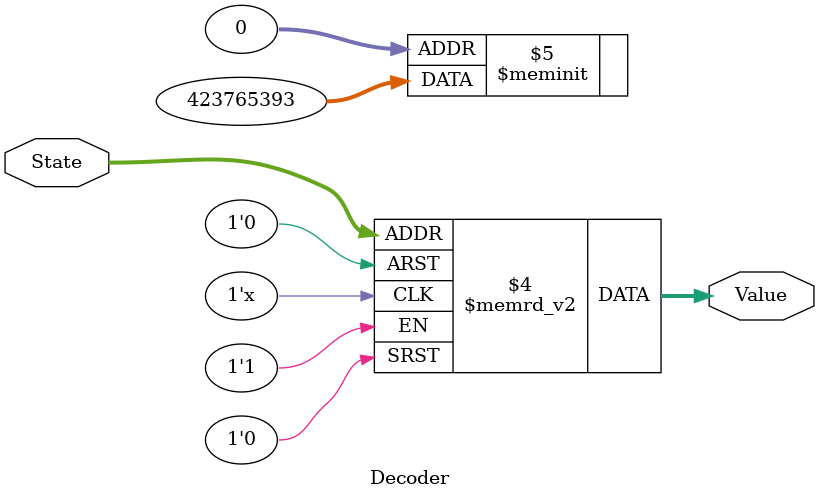
<source format=v>
module Decoder(State, Value);
  input wire[2:0]State;
  output reg[3:0] Value;
  
  
  always @(State) begin
      case(State) 
        3'b000: Value = 4'd1 ;
        3'b001: Value = 4'd9 ;
        3'b010: Value = 4'd5 ;
        3'b011: Value = 4'd2 ;
        3'b100: Value = 4'd2 ;
        3'b101: Value = 4'd4 ;
        3'b110: Value = 4'd9 ;
        3'b111: Value = 4'd1 ;
    endcase
end

endmodule
</source>
